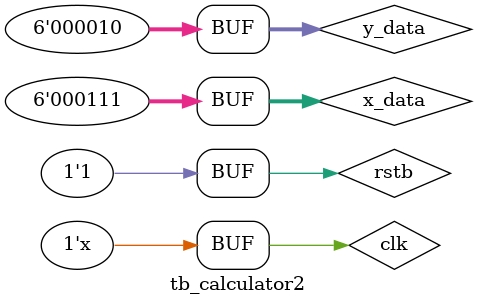
<source format=v>
`timescale 1ns/1ns

module tb_calculator2();

reg         clk;
reg         rstb;

reg [5:0]   x_data;
reg [5:0]   y_data;

wire [6:0]  w_add;
wire [6:0]  w_sub;
wire [11:0] w_mul;
wire [5:0]  w_div;

always #5 clk=~clk;

initial begin
    clk  =  0;
    rstb =  0;
    x_data=6'd0;
    y_data=6'd0;
#15 rstb =  1;
    x_data=6'd4;
    y_data=6'd2;

#15 x_data=6'd5;
    y_data=6'd6;     

#20 x_data=6'd7;
    y_data=6'd2;

end

calculator2  U0_calculator2(
                        .o_add  (w_add ), 
                        .o_sub  (w_sub ), 
                        .o_mul  (w_mul ), 
                        .o_div  (w_div ), 
                        .clk    (clk   ),
                        .rstb   (rstb  ),
                        .i_data1(x_data), 
                        .i_data2(y_data)
                        );
endmodule

</source>
